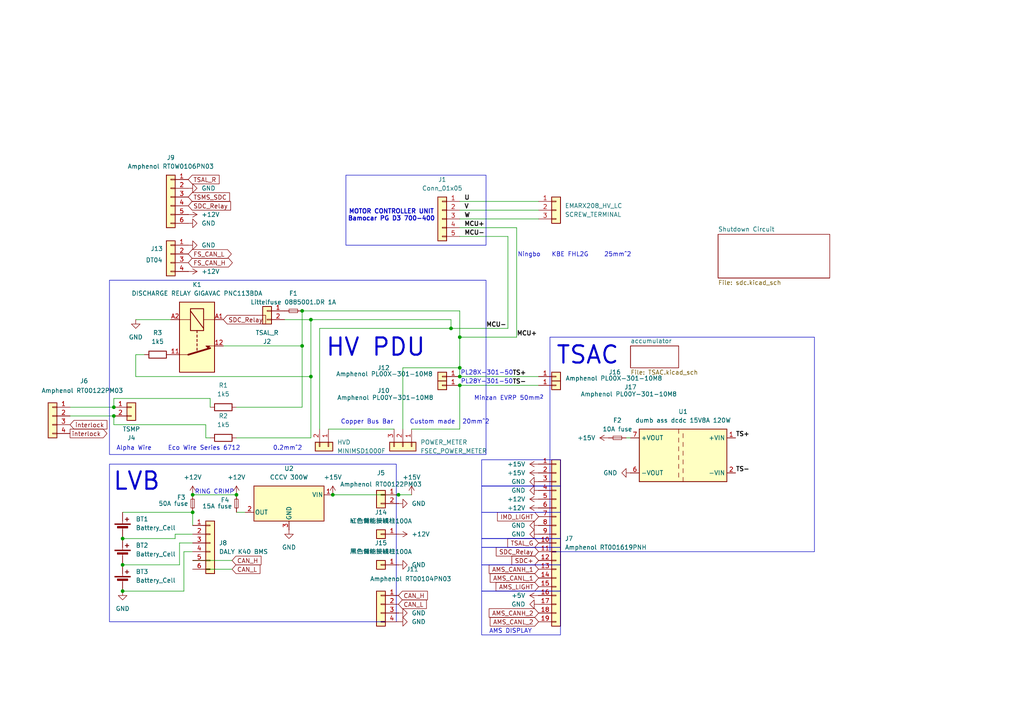
<source format=kicad_sch>
(kicad_sch (version 20250114) (generator "eeschema") (generator_version "9.0")
  (paper "A4")
  (lib_symbols
    (symbol "Connector_Generic:Conn_01x01" (pin_names (offset 1.016) (hide yes))
      (property "Reference" "J" (at 0 2.54 0))
      (property "Value" "Conn_01x01" (at 0 -2.54 0))
      (symbol "Conn_01x01_1_1"
        (rectangle (start -1.27 1.27) (end 1.27 -1.27) (stroke (width 0.254)) (fill (type background)))
        (rectangle (start -1.27 0.127) (end 0 -0.127) (stroke (width 0.1524)))
        (pin passive line (at -5.08 0 0) (length 3.81) (name "Pin_1") (number "1"))
      )
    )
    (symbol "Connector_Generic:Conn_01x02" (pin_names (offset 1.016) (hide yes))
      (property "Reference" "J" (at 0 2.54 0))
      (property "Value" "Conn_01x02" (at 0 -5.08 0))
      (symbol "Conn_01x02_1_1"
        (rectangle (start -1.27 1.27) (end 1.27 -3.81) (stroke (width 0.254)) (fill (type background)))
        (rectangle (start -1.27 0.127) (end 0 -0.127) (stroke (width 0.1524)))
        (rectangle (start -1.27 -2.413) (end 0 -2.667) (stroke (width 0.1524)))
        (pin passive line (at -5.08 0 0) (length 3.81) (name "Pin_1") (number "1"))
        (pin passive line (at -5.08 -2.54 0) (length 3.81) (name "Pin_2") (number "2"))
      )
    )
    (symbol "Connector_Generic:Conn_01x03" (pin_names (offset 1.016) (hide yes))
      (property "Reference" "J" (at 0 5.08 0))
      (property "Value" "Conn_01x03" (at 0 -5.08 0))
      (symbol "Conn_01x03_1_1"
        (rectangle (start -1.27 3.81) (end 1.27 -3.81) (stroke (width 0.254)) (fill (type background)))
        (rectangle (start -1.27 2.667) (end 0 2.413) (stroke (width 0.1524)))
        (rectangle (start -1.27 0.127) (end 0 -0.127) (stroke (width 0.1524)))
        (rectangle (start -1.27 -2.413) (end 0 -2.667) (stroke (width 0.1524)))
        (pin passive line (at -5.08 2.54 0) (length 3.81) (name "Pin_1") (number "1"))
        (pin passive line (at -5.08 0 0) (length 3.81) (name "Pin_2") (number "2"))
        (pin passive line (at -5.08 -2.54 0) (length 3.81) (name "Pin_3") (number "3"))
      )
    )
    (symbol "Connector_Generic:Conn_01x04" (pin_names (offset 1.016) (hide yes))
      (property "Reference" "J" (at 0 5.08 0))
      (property "Value" "Conn_01x04" (at 0 -7.62 0))
      (symbol "Conn_01x04_1_1"
        (rectangle (start -1.27 3.81) (end 1.27 -6.35) (stroke (width 0.254)) (fill (type background)))
        (rectangle (start -1.27 2.667) (end 0 2.413) (stroke (width 0.1524)))
        (rectangle (start -1.27 0.127) (end 0 -0.127) (stroke (width 0.1524)))
        (rectangle (start -1.27 -2.413) (end 0 -2.667) (stroke (width 0.1524)))
        (rectangle (start -1.27 -4.953) (end 0 -5.207) (stroke (width 0.1524)))
        (pin passive line (at -5.08 2.54 0) (length 3.81) (name "Pin_1") (number "1"))
        (pin passive line (at -5.08 0 0) (length 3.81) (name "Pin_2") (number "2"))
        (pin passive line (at -5.08 -2.54 0) (length 3.81) (name "Pin_3") (number "3"))
        (pin passive line (at -5.08 -5.08 0) (length 3.81) (name "Pin_4") (number "4"))
      )
    )
    (symbol "Connector_Generic:Conn_01x05" (pin_names (offset 1.016) (hide yes))
      (property "Reference" "J" (at 0 7.62 0))
      (property "Value" "Conn_01x05" (at 0 -7.62 0))
      (symbol "Conn_01x05_1_1"
        (rectangle (start -1.27 6.35) (end 1.27 -6.35) (stroke (width 0.254)) (fill (type background)))
        (rectangle (start -1.27 5.207) (end 0 4.953) (stroke (width 0.1524)))
        (rectangle (start -1.27 2.667) (end 0 2.413) (stroke (width 0.1524)))
        (rectangle (start -1.27 0.127) (end 0 -0.127) (stroke (width 0.1524)))
        (rectangle (start -1.27 -2.413) (end 0 -2.667) (stroke (width 0.1524)))
        (rectangle (start -1.27 -4.953) (end 0 -5.207) (stroke (width 0.1524)))
        (pin passive line (at -5.08 5.08 0) (length 3.81) (name "Pin_1") (number "1"))
        (pin passive line (at -5.08 2.54 0) (length 3.81) (name "Pin_2") (number "2"))
        (pin passive line (at -5.08 0 0) (length 3.81) (name "Pin_3") (number "3"))
        (pin passive line (at -5.08 -2.54 0) (length 3.81) (name "Pin_4") (number "4"))
        (pin passive line (at -5.08 -5.08 0) (length 3.81) (name "Pin_5") (number "5"))
      )
    )
    (symbol "Connector_Generic:Conn_01x06" (pin_names (offset 1.016) (hide yes))
      (property "Reference" "J" (at 0 7.62 0))
      (property "Value" "Conn_01x06" (at 0 -10.16 0))
      (symbol "Conn_01x06_1_1"
        (rectangle (start -1.27 6.35) (end 1.27 -8.89) (stroke (width 0.254)) (fill (type background)))
        (rectangle (start -1.27 5.207) (end 0 4.953) (stroke (width 0.1524)))
        (rectangle (start -1.27 2.667) (end 0 2.413) (stroke (width 0.1524)))
        (rectangle (start -1.27 0.127) (end 0 -0.127) (stroke (width 0.1524)))
        (rectangle (start -1.27 -2.413) (end 0 -2.667) (stroke (width 0.1524)))
        (rectangle (start -1.27 -4.953) (end 0 -5.207) (stroke (width 0.1524)))
        (rectangle (start -1.27 -7.493) (end 0 -7.747) (stroke (width 0.1524)))
        (pin passive line (at -5.08 5.08 0) (length 3.81) (name "Pin_1") (number "1"))
        (pin passive line (at -5.08 2.54 0) (length 3.81) (name "Pin_2") (number "2"))
        (pin passive line (at -5.08 0 0) (length 3.81) (name "Pin_3") (number "3"))
        (pin passive line (at -5.08 -2.54 0) (length 3.81) (name "Pin_4") (number "4"))
        (pin passive line (at -5.08 -5.08 0) (length 3.81) (name "Pin_5") (number "5"))
        (pin passive line (at -5.08 -7.62 0) (length 3.81) (name "Pin_6") (number "6"))
      )
    )
    (symbol "Connector_Generic:Conn_01x19" (pin_names (offset 1.016) (hide yes))
      (property "Reference" "J" (at 0 25.4 0))
      (property "Value" "Conn_01x19" (at 0 -25.4 0))
      (symbol "Conn_01x19_1_1"
        (rectangle (start -1.27 24.13) (end 1.27 -24.13) (stroke (width 0.254)) (fill (type background)))
        (rectangle (start -1.27 22.987) (end 0 22.733) (stroke (width 0.1524)))
        (rectangle (start -1.27 20.447) (end 0 20.193) (stroke (width 0.1524)))
        (rectangle (start -1.27 17.907) (end 0 17.653) (stroke (width 0.1524)))
        (rectangle (start -1.27 15.367) (end 0 15.113) (stroke (width 0.1524)))
        (rectangle (start -1.27 12.827) (end 0 12.573) (stroke (width 0.1524)))
        (rectangle (start -1.27 10.287) (end 0 10.033) (stroke (width 0.1524)))
        (rectangle (start -1.27 7.747) (end 0 7.493) (stroke (width 0.1524)))
        (rectangle (start -1.27 5.207) (end 0 4.953) (stroke (width 0.1524)))
        (rectangle (start -1.27 2.667) (end 0 2.413) (stroke (width 0.1524)))
        (rectangle (start -1.27 0.127) (end 0 -0.127) (stroke (width 0.1524)))
        (rectangle (start -1.27 -2.413) (end 0 -2.667) (stroke (width 0.1524)))
        (rectangle (start -1.27 -4.953) (end 0 -5.207) (stroke (width 0.1524)))
        (rectangle (start -1.27 -7.493) (end 0 -7.747) (stroke (width 0.1524)))
        (rectangle (start -1.27 -10.033) (end 0 -10.287) (stroke (width 0.1524)))
        (rectangle (start -1.27 -12.573) (end 0 -12.827) (stroke (width 0.1524)))
        (rectangle (start -1.27 -15.113) (end 0 -15.367) (stroke (width 0.1524)))
        (rectangle (start -1.27 -17.653) (end 0 -17.907) (stroke (width 0.1524)))
        (rectangle (start -1.27 -20.193) (end 0 -20.447) (stroke (width 0.1524)))
        (rectangle (start -1.27 -22.733) (end 0 -22.987) (stroke (width 0.1524)))
        (pin passive line (at -5.08 22.86 0) (length 3.81) (name "Pin_1") (number "1"))
        (pin passive line (at -5.08 20.32 0) (length 3.81) (name "Pin_2") (number "2"))
        (pin passive line (at -5.08 17.78 0) (length 3.81) (name "Pin_3") (number "3"))
        (pin passive line (at -5.08 15.24 0) (length 3.81) (name "Pin_4") (number "4"))
        (pin passive line (at -5.08 12.7 0) (length 3.81) (name "Pin_5") (number "5"))
        (pin passive line (at -5.08 10.16 0) (length 3.81) (name "Pin_6") (number "6"))
        (pin passive line (at -5.08 7.62 0) (length 3.81) (name "Pin_7") (number "7"))
        (pin passive line (at -5.08 5.08 0) (length 3.81) (name "Pin_8") (number "8"))
        (pin passive line (at -5.08 2.54 0) (length 3.81) (name "Pin_9") (number "9"))
        (pin passive line (at -5.08 0 0) (length 3.81) (name "Pin_10") (number "10"))
        (pin passive line (at -5.08 -2.54 0) (length 3.81) (name "Pin_11") (number "11"))
        (pin passive line (at -5.08 -5.08 0) (length 3.81) (name "Pin_12") (number "12"))
        (pin passive line (at -5.08 -7.62 0) (length 3.81) (name "Pin_13") (number "13"))
        (pin passive line (at -5.08 -10.16 0) (length 3.81) (name "Pin_14") (number "14"))
        (pin passive line (at -5.08 -12.7 0) (length 3.81) (name "Pin_15") (number "15"))
        (pin passive line (at -5.08 -15.24 0) (length 3.81) (name "Pin_16") (number "16"))
        (pin passive line (at -5.08 -17.78 0) (length 3.81) (name "Pin_17") (number "17"))
        (pin passive line (at -5.08 -20.32 0) (length 3.81) (name "Pin_18") (number "18"))
        (pin passive line (at -5.08 -22.86 0) (length 3.81) (name "Pin_19") (number "19"))
      )
    )
    (symbol "Device:Battery_Cell" (pin_numbers (hide yes)) (pin_names (offset 0) (hide yes))
      (property "Reference" "BT" (at 2.54 2.54 0))
      (property "Value" "Battery_Cell" (at 2.54 0 0))
      (symbol "Battery_Cell_0_1"
        (rectangle (start -2.286 1.778) (end 2.286 1.524) (fill (type outline)))
        (rectangle (start -1.524 1.016) (end 1.524 0.508) (fill (type outline)))
        (polyline (pts (xy 0 1.778) (xy 0 2.54)))
        (polyline (pts (xy 0 0.762) (xy 0 0)))
        (polyline (pts (xy 0.762 3.048) (xy 1.778 3.048)) (stroke (width 0.254)))
        (polyline (pts (xy 1.27 3.556) (xy 1.27 2.54)) (stroke (width 0.254)))
      )
      (symbol "Battery_Cell_1_1"
        (pin passive line (at 0 5.08 270) (length 2.54) (name "+") (number "1"))
        (pin passive line (at 0 -2.54 90) (length 2.54) (name "-") (number "2"))
      )
    )
    (symbol "Device:Fuse_Small" (pin_numbers (hide yes)) (pin_names (offset 0.254) (hide yes))
      (property "Reference" "F" (at 0 -1.524 0))
      (property "Value" "Fuse_Small" (at 0 1.524 0))
      (symbol "Fuse_Small_0_1"
        (rectangle (start -1.27 0.508) (end 1.27 -0.508))
        (polyline (pts (xy -1.27 0) (xy 1.27 0)))
      )
      (symbol "Fuse_Small_1_1"
        (pin passive line (at -2.54 0 0) (length 1.27) (name "~") (number "1"))
        (pin passive line (at 2.54 0 180) (length 1.27) (name "~") (number "2"))
      )
    )
    (symbol "Device:R" (pin_numbers (hide yes)) (pin_names (offset 0))
      (property "Reference" "R" (at 2.032 0 90))
      (property "Value" "R" (at 0 0 90))
      (symbol "R_0_1"
        (rectangle (start -1.016 -2.54) (end 1.016 2.54) (stroke (width 0.254)))
      )
      (symbol "R_1_1"
        (pin passive line (at 0 3.81 270) (length 1.27) (name "~") (number "1"))
        (pin passive line (at 0 -3.81 90) (length 1.27) (name "~") (number "2"))
      )
    )
    (symbol "Regulator_Switching:LM2575-12BT" (pin_names (offset 0.254))
      (property "Reference" "U2" (at 0 10.16 0))
      (property "Value" "CCCV 300W" (at 0 7.62 0))
      (symbol "LM2575-12BT_0_1"
        (rectangle (start -10.16 5.08) (end 10.16 -5.08) (stroke (width 0.254)) (fill (type background)))
      )
      (symbol "LM2575-12BT_1_1"
        (pin power_in line (at -12.7 2.54 0) (length 2.54) (name "VIN") (number "1"))
        (pin input line (at -12.7 -2.54 0) (length 2.54) (hide yes) (name "~{ON}/OFF") (number "5"))
        (pin power_in line (at 0 -7.62 90) (length 2.54) (name "GND") (number "3"))
        (pin input line (at 12.7 2.54 180) (length 2.54) (hide yes) (name "FB") (number "4"))
        (pin output line (at 12.7 -2.54 180) (length 2.54) (name "OUT") (number "2"))
      )
    )
    (symbol "Regulator_Switching:TDN_5-0910WISM"
      (property "Reference" "U1" (at 0 12.7 0))
      (property "Value" "dumb ass dcdc" (at 0 10.16 0))
      (symbol "TDN_5-0910WISM_0_1"
        (rectangle (start -12.7 7.62) (end 12.7 -7.62) (stroke (width 0.254)) (fill (type background)))
      )
      (symbol "TDN_5-0910WISM_1_1"
        (polyline (pts (xy 0 6.35) (xy 0 5.08)))
        (polyline (pts (xy 0 3.81) (xy 0 2.54)))
        (polyline (pts (xy 0 1.27) (xy 0 0)))
        (polyline (pts (xy 0 -1.27) (xy 0 -2.54)))
        (polyline (pts (xy 0 -3.81) (xy 0 -5.08)))
        (polyline (pts (xy 0 -6.35) (xy 0 -7.62)))
        (polyline (pts (xy 1.27 7.62) (xy 1.27 6.35)))
        (polyline (pts (xy 1.27 5.08) (xy 1.27 3.81)))
        (polyline (pts (xy 1.27 2.54) (xy 1.27 1.27)))
        (polyline (pts (xy 1.27 0) (xy 1.27 -1.27)))
        (polyline (pts (xy 1.27 -2.54) (xy 1.27 -3.81)))
        (polyline (pts (xy 1.27 -5.08) (xy 1.27 -6.35)))
        (pin power_in line (at -15.24 5.08 0) (length 2.54) (name "+VIN") (number "1"))
        (pin input line (at -15.24 0 0) (length 2.54) (hide yes) (name "ON/OFF") (number "4"))
        (pin power_in line (at -15.24 -5.08 0) (length 2.54) (name "-VIN") (number "2"))
        (pin no_connect line (at 12.7 2.54 180) (length 2.54) (hide yes) (name "NC") (number "5"))
        (pin power_out line (at 15.24 5.08 180) (length 2.54) (name "+VOUT") (number "7"))
        (pin power_out line (at 15.24 -5.08 180) (length 2.54) (name "-VOUT") (number "6"))
      )
    )
    (symbol "Relay:Relay_SPST-NC"
      (property "Reference" "K" (at 11.43 3.81 0))
      (property "Value" "Relay_SPST-NC" (at 11.43 1.27 0))
      (symbol "Relay_SPST-NC_0_1"
        (rectangle (start -8.255 1.905) (end -1.905 -1.905) (stroke (width 0.254)))
        (polyline (pts (xy -7.62 -1.905) (xy -2.54 1.905)) (stroke (width 0.254)))
        (polyline (pts (xy -5.08 5.08) (xy -5.08 1.905)))
        (polyline (pts (xy -5.08 -5.08) (xy -5.08 -1.905)))
        (polyline (pts (xy -1.905 0) (xy -1.27 0)) (stroke (width 0.254)))
        (polyline (pts (xy -0.635 0) (xy 0 0)) (stroke (width 0.254)))
        (polyline (pts (xy 0.635 0) (xy 1.27 0)) (stroke (width 0.254)))
        (polyline (pts (xy 1.905 0) (xy 2.54 0)) (stroke (width 0.254)))
        (polyline (pts (xy 2.54 5.08) (xy 2.54 2.54) (xy 3.175 3.175) (xy 2.54 3.81)) (fill (type outline)))
        (polyline (pts (xy 3.175 0) (xy 3.81 0)) (stroke (width 0.254)))
        (polyline (pts (xy 5.08 -2.54) (xy 3.175 3.81)) (stroke (width 0.508)))
        (polyline (pts (xy 5.08 -2.54) (xy 5.08 -5.08)))
      )
      (symbol "Relay_SPST-NC_1_1"
        (rectangle (start -10.16 5.08) (end 10.16 -5.08) (stroke (width 0.254)) (fill (type background)))
        (pin passive line (at -5.08 7.62 270) (length 2.54) (name "~") (number "A1"))
        (pin passive line (at -5.08 -7.62 90) (length 2.54) (name "~") (number "A2"))
        (pin passive line (at 2.54 7.62 270) (length 2.54) (name "~") (number "12"))
        (pin passive line (at 5.08 -7.62 90) (length 2.54) (name "~") (number "11"))
      )
    )
    (symbol "power:+12V" (power) (pin_numbers (hide yes)) (pin_names (offset 0) (hide yes))
      (property "Value" "+12V" (at 0 3.556 0))
      (symbol "+12V_0_1"
        (polyline (pts (xy -0.762 1.27) (xy 0 2.54)))
        (polyline (pts (xy 0 2.54) (xy 0.762 1.27)))
        (polyline (pts (xy 0 0) (xy 0 2.54)))
      )
      (symbol "+12V_1_1"
        (pin power_in line (at 0 0 90) (length 0) (name "~") (number "1"))
      )
    )
    (symbol "power:+15V" (power) (pin_numbers (hide yes)) (pin_names (offset 0) (hide yes))
      (property "Value" "+15V" (at 0 3.556 0))
      (symbol "+15V_0_1"
        (polyline (pts (xy -0.762 1.27) (xy 0 2.54)))
        (polyline (pts (xy 0 2.54) (xy 0.762 1.27)))
        (polyline (pts (xy 0 0) (xy 0 2.54)))
      )
      (symbol "+15V_1_1"
        (pin power_in line (at 0 0 90) (length 0) (name "~") (number "1"))
      )
    )
    (symbol "power:+5V" (power) (pin_numbers (hide yes)) (pin_names (offset 0) (hide yes))
      (property "Value" "+5V" (at 0 3.556 0))
      (symbol "+5V_0_1"
        (polyline (pts (xy -0.762 1.27) (xy 0 2.54)))
        (polyline (pts (xy 0 2.54) (xy 0.762 1.27)))
        (polyline (pts (xy 0 0) (xy 0 2.54)))
      )
      (symbol "+5V_1_1"
        (pin power_in line (at 0 0 90) (length 0) (name "~") (number "1"))
      )
    )
    (symbol "power:GND" (power) (pin_numbers (hide yes)) (pin_names (offset 0) (hide yes))
      (property "Value" "GND" (at 0 -3.81 0))
      (symbol "GND_0_1"
        (polyline (pts (xy 0 0) (xy 0 -1.27) (xy 1.27 -1.27) (xy 0 -2.54) (xy -1.27 -1.27) (xy 0 -1.27)))
      )
      (symbol "GND_1_1"
        (pin power_in line (at 0 0 270) (length 0) (name "~") (number "1"))
      )
    )
  )
  (rectangle (start 159.512 97.79) (end 236.22 160.02))
  (rectangle (start 139.7 140.97) (end 162.56 148.59))
  (rectangle (start 139.7 148.59) (end 162.56 156.21))
  (rectangle (start 100.33 50.8) (end 140.97 71.12))
  (rectangle (start 139.7 171.45) (end 162.56 184.15))
  (rectangle (start 139.7 163.83) (end 162.56 171.45))
  (rectangle (start 139.7 156.21) (end 162.56 158.75))
  (rectangle (start 139.7 133.35) (end 162.56 140.97))
  (rectangle (start 139.7 158.75) (end 162.56 163.83))
  (rectangle (start 31.75 134.62) (end 114.935 180.34))
  (rectangle (start 31.75 81.28) (end 140.97 131.826))
  (text "PL28X-301-50" (at 141.224 108.204 0) (effects (font (size 1.27 1.27))))
  (text "MOTOR CONTROLLER UNIT\nBamocar PG D3 700-400" (at 113.538 62.484 0) (effects (font (size 1.27 1.27) (thickness 0.254) (bold yes))))
  (text "HV PDU" (at 108.966 100.838 0) (effects (font (size 5 5) (thickness 0.625))))
  (text "AMS DISPLAY" (at 148.082 183.134 0) (effects (font (size 1.27 1.27))))
  (text "Copper Bus Bar	Custom made	20mm^2" (at 120.396 122.428 0) (effects (font (size 1.27 1.27))))
  (text "Alpha Wire	Eco Wire Series 6712	0.2mm^2" (at 60.706 130.048 0) (effects (font (size 1.27 1.27))))
  (text "Minzan EVRP 50mm^{2}" (at 147.574 115.57 0) (effects (font (size 1.27 1.27))))
  (text "TSAC" (at 170.434 103.124 0) (effects (font (size 5 5) (thickness 0.625))))
  (text "PL28Y-301-50" (at 141.224 110.744 0) (effects (font (size 1.27 1.27))))
  (text "LVB" (at 39.624 139.7 0) (effects (font (size 5 5) (thickness 0.625))))
  (text "RING CRIMP" (at 62.23 142.748 0) (effects (font (size 1.27 1.27))))
  (text "Ningbo	KBE FHL2G	25mm^2" (at 166.624 73.914 0) (effects (font (size 1.27 1.27))))
  (junction (at 130.81 95.25))
  (junction (at 35.56 171.45))
  (junction (at 68.58 143.51))
  (junction (at 90.17 109.22))
  (junction (at 35.56 156.21))
  (junction (at 87.63 90.17))
  (junction (at 133.35 109.22))
  (junction (at 55.88 143.51))
  (junction (at 55.88 148.59))
  (junction (at 33.02 118.11))
  (junction (at 90.17 92.71))
  (junction (at 87.63 100.33))
  (junction (at 115.57 143.51))
  (junction (at 96.52 143.51))
  (junction (at 133.35 106.68))
  (junction (at 133.35 111.76))
  (junction (at 35.56 163.83))
  (junction (at 133.35 97.79))
  (junction (at 33.02 120.65))
  (wire (pts (xy 39.37 102.87) (xy 41.91 102.87)))
  (wire (pts (xy 59.69 127) (xy 60.96 127)))
  (wire (pts (xy 82.55 92.71) (xy 90.17 92.71)))
  (wire (pts (xy 133.35 109.22) (xy 156.21 109.22)))
  (wire (pts (xy 50.8 156.21) (xy 50.8 154.94)))
  (wire (pts (xy 133.35 68.58) (xy 147.32 68.58)))
  (wire (pts (xy 87.63 90.17) (xy 87.63 100.33)))
  (wire (pts (xy 90.17 92.71) (xy 90.17 109.22)))
  (wire (pts (xy 133.35 124.46) (xy 119.38 124.46)))
  (wire (pts (xy 116.84 106.68) (xy 133.35 106.68)))
  (wire (pts (xy 55.88 143.51) (xy 68.58 143.51)))
  (wire (pts (xy 67.31 162.56) (xy 55.88 162.56)))
  (wire (pts (xy 64.77 100.33) (xy 87.63 100.33)))
  (wire (pts (xy 20.32 120.65) (xy 33.02 120.65)))
  (wire (pts (xy 39.37 109.22) (xy 90.17 109.22)))
  (wire (pts (xy 50.8 154.94) (xy 55.88 154.94)))
  (wire (pts (xy 68.58 127) (xy 90.17 127)))
  (wire (pts (xy 130.81 95.25) (xy 147.32 95.25)))
  (wire (pts (xy 114.3 124.46) (xy 95.25 124.46)))
  (wire (pts (xy 133.35 97.79) (xy 149.86 97.79)))
  (wire (pts (xy 53.34 171.45) (xy 53.34 160.02)))
  (wire (pts (xy 116.84 124.46) (xy 116.84 106.68)))
  (wire (pts (xy 90.17 109.22) (xy 90.17 127)))
  (wire (pts (xy 133.35 109.22) (xy 133.35 106.68)))
  (wire (pts (xy 52.07 163.83) (xy 52.07 157.48)))
  (wire (pts (xy 181.61 127) (xy 182.88 127)))
  (wire (pts (xy 133.35 58.42) (xy 156.21 58.42)))
  (wire (pts (xy 133.35 63.5) (xy 156.21 63.5)))
  (wire (pts (xy 35.56 156.21) (xy 50.8 156.21)))
  (wire (pts (xy 55.88 148.59) (xy 55.88 152.4)))
  (wire (pts (xy 39.37 102.87) (xy 39.37 109.22)))
  (wire (pts (xy 52.07 157.48) (xy 55.88 157.48)))
  (wire (pts (xy 90.17 92.71) (xy 130.81 92.71)))
  (wire (pts (xy 68.58 148.59) (xy 71.12 148.59)))
  (wire (pts (xy 119.38 143.51) (xy 115.57 143.51)))
  (wire (pts (xy 96.52 143.51) (xy 115.57 143.51)))
  (wire (pts (xy 92.71 95.25) (xy 130.81 95.25)))
  (wire (pts (xy 87.63 100.33) (xy 87.63 118.11)))
  (wire (pts (xy 147.32 95.25) (xy 147.32 68.58)))
  (wire (pts (xy 59.69 127) (xy 59.69 123.19)))
  (wire (pts (xy 35.56 171.45) (xy 53.34 171.45)))
  (wire (pts (xy 149.86 97.79) (xy 149.86 66.04)))
  (wire (pts (xy 68.58 118.11) (xy 87.63 118.11)))
  (wire (pts (xy 133.35 106.68) (xy 133.35 97.79)))
  (wire (pts (xy 87.63 90.17) (xy 133.35 90.17)))
  (wire (pts (xy 33.02 123.19) (xy 59.69 123.19)))
  (wire (pts (xy 53.34 160.02) (xy 55.88 160.02)))
  (wire (pts (xy 39.37 92.71) (xy 49.53 92.71)))
  (wire (pts (xy 20.32 118.11) (xy 33.02 118.11)))
  (wire (pts (xy 92.71 124.46) (xy 92.71 95.25)))
  (wire (pts (xy 33.02 115.57) (xy 60.96 115.57)))
  (wire (pts (xy 130.81 92.71) (xy 130.81 95.25)))
  (wire (pts (xy 133.35 111.76) (xy 133.35 124.46)))
  (wire (pts (xy 60.96 115.57) (xy 60.96 118.11)))
  (wire (pts (xy 133.35 111.76) (xy 156.21 111.76)))
  (wire (pts (xy 133.35 90.17) (xy 133.35 97.79)))
  (wire (pts (xy 133.35 66.04) (xy 149.86 66.04)))
  (wire (pts (xy 133.35 60.96) (xy 156.21 60.96)))
  (wire (pts (xy 33.02 123.19) (xy 33.02 120.65)))
  (wire (pts (xy 67.31 165.1) (xy 55.88 165.1)))
  (wire (pts (xy 35.56 163.83) (xy 52.07 163.83)))
  (wire (pts (xy 33.02 115.57) (xy 33.02 118.11)))
  (wire (pts (xy 35.56 148.59) (xy 55.88 148.59)))
  (label "V" (at 134.62 60.96 0) (effects (font (thickness 0.254) (bold yes))))
  (label "MCU+" (at 134.62 66.04 0) (effects (font (thickness 0.254) (bold yes))))
  (label "TS+" (at 148.59 109.22 0) (effects (font (thickness 0.254) (bold yes))))
  (label "U" (at 134.62 58.42 0) (effects (font (thickness 0.254) (bold yes))))
  (label "TS+" (at 213.36 127 0) (effects (font (thickness 0.254) (bold yes))))
  (label "TS-" (at 148.59 111.76 0) (effects (font (thickness 0.254) (bold yes))))
  (label "TS-" (at 213.36 137.16 0) (effects (font (thickness 0.254) (bold yes))))
  (label "MCU+" (at 149.86 97.79 0) (effects (font (thickness 0.254) (bold yes))))
  (label "MCU-" (at 140.97 95.25 0) (effects (font (thickness 0.254) (bold yes))))
  (label "MCU-" (at 134.6411 68.58 0) (effects (font (thickness 0.254) (bold yes))))
  (label "W" (at 134.62 63.5 0) (effects (font (thickness 0.254) (bold yes))))
  (global_label "TSAL_G" (shape input) (at 156.21 157.48 180) (property "Intersheetrefs" "${INTERSHEET_REFS}" (effects (hide yes))))
  (global_label "AMS_CANH_1" (shape input) (at 156.21 165.1 180) (property "Intersheetrefs" "${INTERSHEET_REFS}" (effects (hide yes))))
  (global_label "CAN_L" (shape input) (at 115.57 175.26 0) (property "Intersheetrefs" "${INTERSHEET_REFS}" (effects (hide yes))))
  (global_label "CAN_H" (shape input) (at 115.57 172.72 0) (property "Intersheetrefs" "${INTERSHEET_REFS}" (effects (hide yes))))
  (global_label "interlock" (shape output) (at 20.32 125.73 0) (property "Intersheetrefs" "${INTERSHEET_REFS}" (effects (hide yes))))
  (global_label "TSAL_R" (shape input) (at 54.61 52.07 0) (property "Intersheetrefs" "${INTERSHEET_REFS}" (effects (hide yes))))
  (global_label "SDC_Relay" (shape input) (at 156.21 160.02 180) (effects (font (thickness 0.1588))) (property "Intersheetrefs" "${INTERSHEET_REFS}" (effects (hide yes))))
  (global_label "AMS_CANL_2" (shape input) (at 156.21 180.34 180) (property "Intersheetrefs" "${INTERSHEET_REFS}" (effects (hide yes))))
  (global_label "SDC_Relay" (shape input) (at 54.61 59.69 0) (effects (font (thickness 0.1588))) (property "Intersheetrefs" "${INTERSHEET_REFS}" (effects (hide yes))))
  (global_label "CAN_H" (shape input) (at 67.31 162.56 0) (property "Intersheetrefs" "${INTERSHEET_REFS}" (effects (hide yes))))
  (global_label "TSMS_SDC" (shape input) (at 54.61 57.15 0) (effects (font (thickness 0.1588))) (property "Intersheetrefs" "${INTERSHEET_REFS}" (effects (hide yes))))
  (global_label "SDC+" (shape input) (at 156.21 162.56 180) (effects (font (thickness 0.1588))) (property "Intersheetrefs" "${INTERSHEET_REFS}" (effects (hide yes))))
  (global_label "SDC_Relay" (shape input) (at 64.77 92.71 0) (effects (font (thickness 0.1588))) (property "Intersheetrefs" "${INTERSHEET_REFS}" (effects (hide yes))))
  (global_label "AMS_CANH_2" (shape input) (at 156.21 177.8 180) (property "Intersheetrefs" "${INTERSHEET_REFS}" (effects (hide yes))))
  (global_label "FS_CAN_H" (shape bidirectional) (at 54.61 76.2 0) (property "Intersheetrefs" "${INTERSHEET_REFS}" (effects (hide yes))))
  (global_label "FS_CAN_L" (shape bidirectional) (at 54.61 73.66 0) (property "Intersheetrefs" "${INTERSHEET_REFS}" (effects (hide yes))))
  (global_label "AMS_LIGHT" (shape input) (at 156.21 170.18 180) (property "Intersheetrefs" "${INTERSHEET_REFS}" (effects (hide yes))))
  (global_label "interlock" (shape input) (at 20.32 123.19 0) (property "Intersheetrefs" "${INTERSHEET_REFS}" (effects (hide yes))))
  (global_label "IMD_LIGHT" (shape input) (at 156.21 149.86 180) (property "Intersheetrefs" "${INTERSHEET_REFS}" (effects (hide yes))))
  (global_label "CAN_L" (shape input) (at 67.31 165.1 0) (property "Intersheetrefs" "${INTERSHEET_REFS}" (effects (hide yes))))
  (global_label "AMS_CANL_1" (shape input) (at 156.21 167.64 180) (property "Intersheetrefs" "${INTERSHEET_REFS}" (effects (hide yes))))
  (symbol (lib_id "power:GND") (at 115.57 163.83 90) (unit 1)
    (property "Reference" "#PWR025" (effects (hide yes)))
    (property "Value" "GND" (at 119.38 163.8299 90) (effects (justify right)))
    (property "Description" "Power symbol creates a global label with name \"GND\" , ground" (effects (hide yes)))
  )
  (symbol (lib_id "Connector_Generic:Conn_01x02") (at 110.49 143.51 0) (mirror y) (unit 1)
    (property "Reference" "J5" (at 110.49 137.16 0))
    (property "Value" "Amphenol RT00122PM03" (at 110.49 140.462 0))
    (property "Description" "Generic connector, single row, 01x02, script generated (kicad-library-utils/schlib/autogen/connector/)" (effects (hide yes)))
  )
  (symbol (lib_id "power:+5V") (at 156.21 172.72 90) (unit 1)
    (property "Reference" "#PWR05" (effects (hide yes)))
    (property "Value" "+5V" (at 152.4 172.7199 90) (effects (justify left)))
    (property "Description" "Power symbol creates a global label with name \"+5V\"" (effects (hide yes)))
  )
  (symbol (lib_id "power:+15V") (at 119.38 143.51 0) (unit 1)
    (property "Reference" "#PWR09" (effects (hide yes)))
    (property "Value" "+15V" (at 119.38 138.43 0))
    (property "Description" "Power symbol creates a global label with name \"+15V\"" (effects (hide yes)))
  )
  (symbol (lib_id "power:GND") (at 115.57 177.8 90) (unit 1)
    (property "Reference" "#PWR016" (effects (hide yes)))
    (property "Value" "GND" (at 119.38 177.7999 90) (effects (justify right)))
    (property "Description" "Power symbol creates a global label with name \"GND\" , ground" (effects (hide yes)))
  )
  (symbol (lib_id "power:+15V") (at 176.53 127 90) (unit 1)
    (property "Reference" "#PWR02" (effects (hide yes)))
    (property "Value" "+15V" (at 172.72 126.9999 90) (effects (justify left)))
    (property "Description" "Power symbol creates a global label with name \"+15V\"" (effects (hide yes)))
  )
  (symbol (lib_id "Connector_Generic:Conn_01x01") (at 161.29 109.22 0) (unit 1)
    (property "Reference" "J16" (at 178.308 107.95 0))
    (property "Value" "Amphenol PL00X-301-10M8" (at 178.054 109.728 0))
    (property "Description" "Generic connector, single row, 01x01, script generated (kicad-library-utils/schlib/autogen/connector/)" (effects (hide yes)))
  )
  (symbol (lib_id "Connector_Generic:Conn_01x02") (at 95.25 129.54 270) (unit 1)
    (property "Reference" "HVD" (at 97.79 128.2699 90) (effects (justify left)))
    (property "Value" "MINIMSD1000F" (at 97.79 130.8099 90) (effects (justify left)))
    (property "Description" "Generic connector, single row, 01x02, script generated (kicad-library-utils/schlib/autogen/connector/)" (effects (hide yes)))
  )
  (symbol (lib_id "Device:Battery_Cell") (at 35.56 161.29 0) (unit 1)
    (property "Reference" "BT2" (at 39.37 158.1784 0) (effects (justify left)))
    (property "Value" "Battery_Cell" (at 39.37 160.7184 0) (effects (justify left)))
    (property "Description" "Single-cell battery" (effects (hide yes)))
  )
  (symbol (lib_id "power:GND") (at 156.21 142.24 270) (mirror x) (unit 1)
    (property "Reference" "#PWR017" (effects (hide yes)))
    (property "Value" "GND" (at 152.4 142.2401 90) (effects (justify right)))
    (property "Description" "Power symbol creates a global label with name \"GND\" , ground" (effects (hide yes)))
  )
  (symbol (lib_id "power:+12V") (at 55.88 143.51 0) (unit 1)
    (property "Reference" "#PWR010" (effects (hide yes)))
    (property "Value" "+12V" (at 55.88 138.43 0))
    (property "Description" "Power symbol creates a global label with name \"+12V\"" (effects (hide yes)))
  )
  (symbol (lib_id "power:+12V") (at 68.58 143.51 0) (mirror y) (unit 1)
    (property "Reference" "#PWR015" (effects (hide yes)))
    (property "Value" "+12V" (at 68.58 138.43 0))
    (property "Description" "Power symbol creates a global label with name \"+12V\"" (effects (hide yes)))
  )
  (symbol (lib_id "power:GND") (at 182.88 137.16 270) (unit 1)
    (property "Reference" "#PWR08" (effects (hide yes)))
    (property "Value" "GND" (at 179.07 137.1599 90) (effects (justify right)))
    (property "Description" "Power symbol creates a global label with name \"GND\" , ground" (effects (hide yes)))
  )
  (symbol (lib_id "power:GND") (at 54.61 64.77 90) (unit 1)
    (property "Reference" "#PWR020" (effects (hide yes)))
    (property "Value" "GND" (at 58.42 64.7699 90) (effects (justify right)))
    (property "Description" "Power symbol creates a global label with name \"GND\" , ground" (effects (hide yes)))
  )
  (symbol (lib_id "Connector_Generic:Conn_01x02") (at 38.1 118.11 0) (unit 1)
    (property "Reference" "J4" (at 38.1 127 0))
    (property "Value" "TSMP" (at 38.1 124.46 0))
    (property "Description" "Generic connector, single row, 01x02, script generated (kicad-library-utils/schlib/autogen/connector/)" (effects (hide yes)))
  )
  (symbol (lib_id "Connector_Generic:Conn_01x04") (at 110.49 175.26 0) (mirror y) (unit 1)
    (property "Reference" "J11" (at 119.634 165.1 0))
    (property "Value" "Amphenol RT00104PN03" (at 119.126 167.894 0))
    (property "Description" "Generic connector, single row, 01x04, script generated (kicad-library-utils/schlib/autogen/connector/)" (effects (hide yes)))
  )
  (symbol (lib_id "power:+12V") (at 54.61 78.74 270) (mirror x) (unit 1)
    (property "Reference" "#PWR022" (effects (hide yes)))
    (property "Value" "+12V" (at 58.42 78.7401 90) (effects (justify left)))
    (property "Description" "Power symbol creates a global label with name \"+12V\"" (effects (hide yes)))
  )
  (symbol (lib_id "Connector_Generic:Conn_01x04") (at 49.53 73.66 0) (mirror y) (unit 1)
    (property "Reference" "J13" (at 45.466 72.136 0))
    (property "Value" "DT04" (at 44.704 75.438 0))
    (property "Description" "Generic connector, single row, 01x04, script generated (kicad-library-utils/schlib/autogen/connector/)" (effects (hide yes)))
  )
  (symbol (lib_id "power:GND") (at 115.57 146.05 90) (unit 1)
    (property "Reference" "#PWR06" (effects (hide yes)))
    (property "Value" "GND" (at 119.38 146.0499 90) (effects (justify right)))
    (property "Description" "Power symbol creates a global label with name \"GND\" , ground" (effects (hide yes)))
  )
  (symbol (lib_id "Connector_Generic:Conn_01x03") (at 161.29 60.96 0) (unit 1)
    (property "Reference" "EMARX208_HV_LC" (at 163.83 59.6899 0) (effects (justify left)))
    (property "Value" "SCREW_TERMINAL" (at 163.83 62.2299 0) (effects (justify left)))
    (property "Description" "Generic connector, single row, 01x03, script generated (kicad-library-utils/schlib/autogen/connector/)" (effects (hide yes)))
  )
  (symbol (lib_id "Connector_Generic:Conn_01x01") (at 128.27 111.76 0) (mirror y) (unit 1)
    (property "Reference" "J10" (at 111.252 113.284 0))
    (property "Value" "Amphenol PL00Y-301-10M8" (at 111.76 115.316 0))
    (property "Description" "Generic connector, single row, 01x01, script generated (kicad-library-utils/schlib/autogen/connector/)" (effects (hide yes)))
  )
  (symbol (lib_id "power:GND") (at 156.21 139.7 270) (unit 1)
    (property "Reference" "#PWR03" (effects (hide yes)))
    (property "Value" "GND" (at 152.4 139.6999 90) (effects (justify right)))
    (property "Description" "Power symbol creates a global label with name \"GND\" , ground" (effects (hide yes)))
  )
  (symbol (lib_id "Connector_Generic:Conn_01x06") (at 49.53 57.15 0) (mirror y) (unit 1)
    (property "Reference" "J9" (at 49.53 45.72 0))
    (property "Value" "Amphenol RT0W0106PN03" (at 49.53 48.26 0))
    (property "Description" "Generic connector, single row, 01x06, script generated (kicad-library-utils/schlib/autogen/connector/)" (effects (hide yes)))
  )
  (symbol (lib_id "power:+15V") (at 96.52 143.51 0) (mirror y) (unit 1)
    (property "Reference" "#PWR013" (effects (hide yes)))
    (property "Value" "+15V" (at 96.52 138.43 0))
    (property "Description" "Power symbol creates a global label with name \"+15V\"" (effects (hide yes)))
  )
  (symbol (lib_id "Device:R") (at 64.77 127 90) (unit 1)
    (property "Reference" "R2" (at 64.77 120.65 90))
    (property "Value" "1k5" (at 64.77 123.19 90))
    (property "Description" "Resistor" (effects (hide yes)))
  )
  (symbol (lib_id "power:+12V") (at 54.61 62.23 270) (unit 1)
    (property "Reference" "#PWR019" (effects (hide yes)))
    (property "Value" "+12V" (at 58.42 62.2299 90) (effects (justify left)))
    (property "Description" "Power symbol creates a global label with name \"+12V\"" (effects (hide yes)))
  )
  (symbol (lib_id "Relay:Relay_SPST-NC") (at 57.15 97.79 270) (unit 1)
    (property "Reference" "K1" (at 57.15 82.55 90))
    (property "Value" "DISCHARGE RELAY GIGAVAC PNC113BDA" (at 57.15 85.09 90))
    (property "Description" "Relay SPST, normally closed, EN50005" (effects (hide yes)))
  )
  (symbol (lib_id "power:+12V") (at 156.21 144.78 90) (mirror x) (unit 1)
    (property "Reference" "#PWR04" (effects (hide yes)))
    (property "Value" "+12V" (at 152.4 144.7801 90) (effects (justify left)))
    (property "Description" "Power symbol creates a global label with name \"+12V\"" (effects (hide yes)))
  )
  (symbol (lib_id "Device:Fuse_Small") (at 68.58 146.05 90) (unit 1)
    (property "Reference" "F4" (at 65.278 145.034 90))
    (property "Value" "15A fuse" (at 62.992 146.812 90))
    (property "Description" "Fuse, small symbol" (effects (hide yes)))
  )
  (symbol (lib_id "Connector_Generic:Conn_01x02") (at 77.47 90.17 0) (mirror y) (unit 1)
    (property "Reference" "J2" (at 77.47 99.06 0))
    (property "Value" "TSAL_R" (at 77.47 96.52 0))
    (property "Description" "Generic connector, single row, 01x02, script generated (kicad-library-utils/schlib/autogen/connector/)" (effects (hide yes)))
  )
  (symbol (lib_id "Device:Fuse_Small") (at 179.07 127 0) (unit 1)
    (property "Reference" "F2" (at 179.07 121.92 0))
    (property "Value" "10A fuse" (at 179.07 124.46 0))
    (property "Description" "Fuse, small symbol" (effects (hide yes)))
  )
  (symbol (lib_id "Device:Fuse_Small") (at 85.09 90.17 0) (unit 1)
    (property "Reference" "F1" (at 85.09 85.09 0))
    (property "Value" "Littelfuse 0885001.DR 1A" (at 85.09 87.63 0))
    (property "Description" "Fuse, small symbol" (effects (hide yes)))
  )
  (symbol (lib_id "Connector_Generic:Conn_01x04") (at 15.24 120.65 0) (mirror y) (unit 1)
    (property "Reference" "J6" (at 24.384 110.49 0))
    (property "Value" "Amphenol RT00122PM03" (at 23.876 113.284 0))
    (property "Description" "Generic connector, single row, 01x04, script generated (kicad-library-utils/schlib/autogen/connector/)" (effects (hide yes)))
  )
  (symbol (lib_id "power:GND") (at 156.21 152.4 270) (mirror x) (unit 1)
    (property "Reference" "#PWR028" (effects (hide yes)))
    (property "Value" "GND" (at 152.4 152.4001 90) (effects (justify right)))
    (property "Description" "Power symbol creates a global label with name \"GND\" , ground" (effects (hide yes)))
  )
  (symbol (lib_id "Regulator_Switching:TDN_5-0910WISM") (at 198.12 132.08 0) (mirror y) (unit 1)
    (property "Reference" "U1" (at 198.12 119.38 0))
    (property "Value" "dumb ass dcdc 15V8A 120W" (at 198.12 121.92 0))
    (property "Footprint" "Converter_DCDC:Converter_DCDC_TRACO_TDN_5-xxxxWISM_SMD" (effects (hide yes)))
    (property "Datasheet" "https://assets.tracopower.com/20190626081517/TDN5WISM/documents/tdn5wism-datasheet.pdf" (effects (hide yes)))
    (property "Description" "Input 4.5 to 13.2V, Output 3.3V" (effects (hide yes)))
  )
  (symbol (lib_id "Connector_Generic:Conn_01x06") (at 60.96 157.48 0) (unit 1)
    (property "Reference" "J8" (at 63.5 157.4799 0) (effects (justify left)))
    (property "Value" "DALY K40 BMS" (at 63.5 160.0199 0) (effects (justify left)))
    (property "Description" "Generic connector, single row, 01x06, script generated (kicad-library-utils/schlib/autogen/connector/)" (effects (hide yes)))
  )
  (symbol (lib_id "power:GND") (at 156.21 175.26 270) (mirror x) (unit 1)
    (property "Reference" "#PWR026" (effects (hide yes)))
    (property "Value" "GND" (at 152.4 175.2601 90) (effects (justify right)))
    (property "Description" "Power symbol creates a global label with name \"GND\" , ground" (effects (hide yes)))
  )
  (symbol (lib_id "power:GND") (at 83.82 153.67 0) (mirror y) (unit 1)
    (property "Reference" "#PWR014" (effects (hide yes)))
    (property "Value" "GND" (at 83.82 158.75 0))
    (property "Description" "Power symbol creates a global label with name \"GND\" , ground" (effects (hide yes)))
  )
  (symbol (lib_id "power:GND") (at 35.56 171.45 0) (unit 1)
    (property "Reference" "#PWR012" (effects (hide yes)))
    (property "Value" "GND" (at 35.56 176.53 0))
    (property "Description" "Power symbol creates a global label with name \"GND\" , ground" (effects (hide yes)))
  )
  (symbol (lib_id "Regulator_Switching:LM2575-12BT") (at 83.82 146.05 0) (mirror y) (unit 1)
    (property "Reference" "U2" (at 83.82 135.89 0))
    (property "Value" "CCCV 300W" (at 83.82 138.43 0))
    (property "Footprint" "Package_TO_SOT_THT:TO-220-5_Vertical" (effects (hide yes)))
    (property "Datasheet" "http://ww1.microchip.com/downloads/en/DeviceDoc/lm2575.pdf" (effects (hide yes)))
    (property "Description" "Fixed 12V 52kHz Simple 1A Buck Regulator, TO-220-5" (effects (hide yes)))
  )
  (symbol (lib_id "power:GND") (at 39.37 92.71 0) (unit 1)
    (property "Reference" "#PWR01" (effects (hide yes)))
    (property "Value" "GND" (at 39.37 97.79 0))
    (property "Description" "Power symbol creates a global label with name \"GND\" , ground" (effects (hide yes)))
  )
  (symbol (lib_id "Connector_Generic:Conn_01x05") (at 128.27 63.5 0) (mirror y) (unit 1)
    (property "Reference" "J1" (at 128.27 52.07 0))
    (property "Value" "Conn_01x05" (at 128.27 54.61 0))
    (property "Description" "Generic connector, single row, 01x05, script generated (kicad-library-utils/schlib/autogen/connector/)" (effects (hide yes)))
  )
  (symbol (lib_id "Connector_Generic:Conn_01x19") (at 161.29 157.48 0) (unit 1)
    (property "Reference" "J7" (at 163.83 156.2099 0) (effects (justify left)))
    (property "Value" "Amphenol RT001619PNH" (at 163.83 158.7499 0) (effects (justify left)))
    (property "Description" "Generic connector, single row, 01x19, script generated (kicad-library-utils/schlib/autogen/connector/)" (effects (hide yes)))
  )
  (symbol (lib_id "power:GND") (at 54.61 54.61 90) (unit 1)
    (property "Reference" "#PWR021" (effects (hide yes)))
    (property "Value" "GND" (at 58.42 54.6099 90) (effects (justify right)))
    (property "Description" "Power symbol creates a global label with name \"GND\" , ground" (effects (hide yes)))
  )
  (symbol (lib_id "Device:R") (at 64.77 118.11 90) (unit 1)
    (property "Reference" "R1" (at 64.77 111.76 90))
    (property "Value" "1k5" (at 64.77 114.3 90))
    (property "Description" "Resistor" (effects (hide yes)))
  )
  (symbol (lib_id "Connector_Generic:Conn_01x03") (at 116.84 129.54 270) (unit 1)
    (property "Reference" "POWER_METER" (at 121.92 128.2699 90) (effects (justify left)))
    (property "Value" "FSEC_POWER_METER" (at 121.92 130.8099 90) (effects (justify left)))
    (property "Description" "Generic connector, single row, 01x03, script generated (kicad-library-utils/schlib/autogen/connector/)" (effects (hide yes)))
  )
  (symbol (lib_id "Connector_Generic:Conn_01x01") (at 161.29 111.76 0) (unit 1)
    (property "Reference" "J17" (at 182.88 112.268 0))
    (property "Value" "Amphenol PL00Y-301-10M8" (at 182.372 114.3 0))
    (property "Description" "Generic connector, single row, 01x01, script generated (kicad-library-utils/schlib/autogen/connector/)" (effects (hide yes)))
  )
  (symbol (lib_id "power:GND") (at 115.57 180.34 90) (unit 1)
    (property "Reference" "#PWR018" (effects (hide yes)))
    (property "Value" "GND" (at 119.38 180.3399 90) (effects (justify right)))
    (property "Description" "Power symbol creates a global label with name \"GND\" , ground" (effects (hide yes)))
  )
  (symbol (lib_id "power:+15V") (at 156.21 137.16 90) (unit 1)
    (property "Reference" "#PWR011" (effects (hide yes)))
    (property "Value" "+15V" (at 152.4 137.1599 90) (effects (justify left)))
    (property "Description" "Power symbol creates a global label with name \"+15V\"" (effects (hide yes)))
  )
  (symbol (lib_id "Device:R") (at 45.72 102.87 90) (unit 1)
    (property "Reference" "R3" (at 45.72 96.52 90))
    (property "Value" "1k5" (at 45.72 99.06 90))
    (property "Description" "Resistor" (effects (hide yes)))
  )
  (symbol (lib_id "power:GND") (at 156.21 154.94 270) (unit 1)
    (property "Reference" "#PWR027" (effects (hide yes)))
    (property "Value" "GND" (at 152.4 154.9399 90) (effects (justify right)))
    (property "Description" "Power symbol creates a global label with name \"GND\" , ground" (effects (hide yes)))
  )
  (symbol (lib_id "power:+12V") (at 156.21 147.32 90) (mirror x) (unit 1)
    (property "Reference" "#PWR029" (effects (hide yes)))
    (property "Value" "+12V" (at 152.4 147.3201 90) (effects (justify left)))
    (property "Description" "Power symbol creates a global label with name \"+12V\"" (effects (hide yes)))
  )
  (symbol (lib_id "Device:Battery_Cell") (at 35.56 168.91 0) (unit 1)
    (property "Reference" "BT3" (at 39.37 165.7984 0) (effects (justify left)))
    (property "Value" "Battery_Cell" (at 39.37 168.3384 0) (effects (justify left)))
    (property "Description" "Single-cell battery" (effects (hide yes)))
  )
  (symbol (lib_id "Connector_Generic:Conn_01x01") (at 128.27 109.22 0) (mirror y) (unit 1)
    (property "Reference" "J12" (at 111.252 106.68 0))
    (property "Value" "Amphenol PL00X-301-10M8" (at 111.506 108.458 0))
    (property "Description" "Generic connector, single row, 01x01, script generated (kicad-library-utils/schlib/autogen/connector/)" (effects (hide yes)))
  )
  (symbol (lib_id "power:+15V") (at 156.21 134.62 90) (unit 1)
    (property "Reference" "#PWR07" (effects (hide yes)))
    (property "Value" "+15V" (at 152.4 134.6199 90) (effects (justify left)))
    (property "Description" "Power symbol creates a global label with name \"+15V\"" (effects (hide yes)))
  )
  (symbol (lib_id "Connector_Generic:Conn_01x01") (at 110.49 154.94 180) (unit 1)
    (property "Reference" "J14" (at 110.49 148.59 0))
    (property "Value" "紅色儲能接綫柱100A" (at 110.49 151.13 0))
    (property "Description" "Generic connector, single row, 01x01, script generated (kicad-library-utils/schlib/autogen/connector/)" (effects (hide yes)))
  )
  (symbol (lib_id "Connector_Generic:Conn_01x01") (at 110.49 163.83 180) (unit 1)
    (property "Reference" "J15" (at 110.49 157.48 0))
    (property "Value" "黑色儲能接綫柱100A" (at 110.49 160.02 0))
    (property "Description" "Generic connector, single row, 01x01, script generated (kicad-library-utils/schlib/autogen/connector/)" (effects (hide yes)))
  )
  (symbol (lib_id "Device:Fuse_Small") (at 55.88 146.05 90) (unit 1)
    (property "Reference" "F3" (at 52.578 144.272 90))
    (property "Value" "50A fuse" (at 50.292 146.05 90))
    (property "Description" "Fuse, small symbol" (effects (hide yes)))
  )
  (symbol (lib_id "power:GND") (at 54.61 71.12 90) (mirror x) (unit 1)
    (property "Reference" "#PWR023" (effects (hide yes)))
    (property "Value" "GND" (at 58.42 71.1201 90) (effects (justify right)))
    (property "Description" "Power symbol creates a global label with name \"GND\" , ground" (effects (hide yes)))
  )
  (symbol (lib_id "power:+12V") (at 115.57 154.94 270) (unit 1)
    (property "Reference" "#PWR024" (effects (hide yes)))
    (property "Value" "+12V" (at 119.38 154.9399 90) (effects (justify left)))
    (property "Description" "Power symbol creates a global label with name \"+12V\"" (effects (hide yes)))
  )
  (symbol (lib_id "Device:Battery_Cell") (at 35.56 153.67 0) (unit 1)
    (property "Reference" "BT1" (at 39.37 150.5584 0) (effects (justify left)))
    (property "Value" "Battery_Cell" (at 39.37 153.0984 0) (effects (justify left)))
    (property "Description" "Single-cell battery" (effects (hide yes)))
  )
  (sheet (at 208.28 67.945) (size 32.385 12.7) (stroke (width 0.1524))
    (property "Sheetname" "Shutdown Circuit" (at 208.28 67.2334 0) (effects (justify left bottom)))
    (property "Sheetfile" "sdc.kicad_sch" (at 208.28 81.2296 0) (effects (justify left top)))
  )
  (sheet (at 182.88 100.33) (size 13.97 6.35) (stroke (width 0.1524))
    (property "Sheetname" "accumulator" (at 182.88 99.6184 0) (effects (justify left bottom)))
    (property "Sheetfile" "TSAC.kicad_sch" (at 182.88 107.2646 0) (effects (justify left top)))
  )
)
</source>
